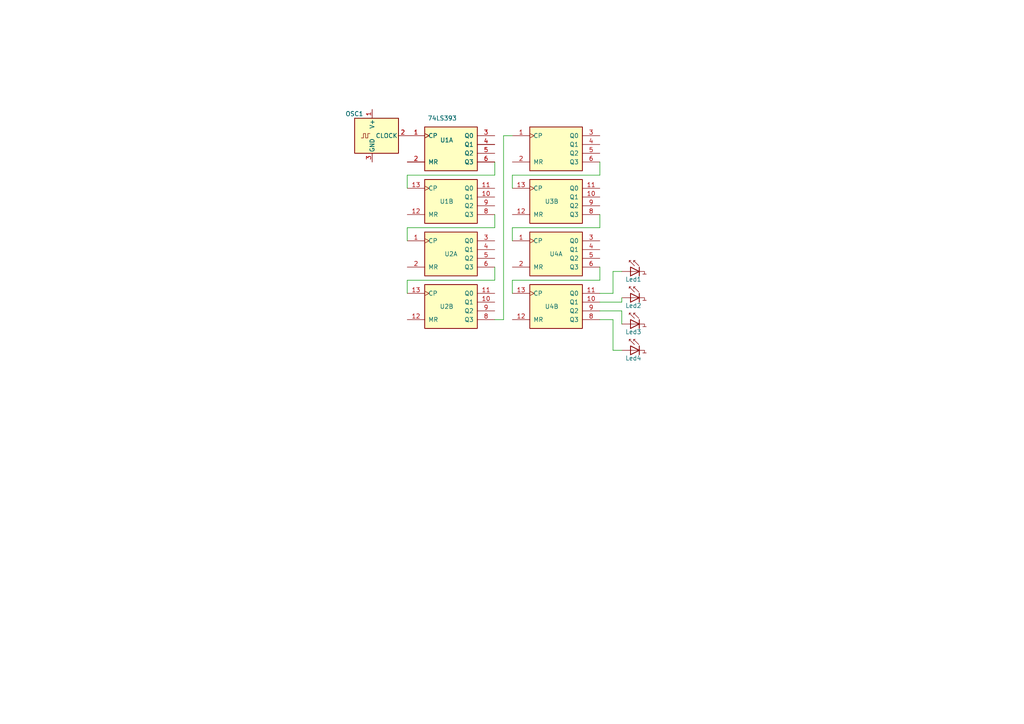
<source format=kicad_sch>
(kicad_sch (version 20230121) (generator eeschema)
  (paper "A4")
  (lib_symbols
    (symbol "74xx:74LS393" (pin_names (offset 1.016))
      (property "Reference" "U" (at -7.62 8.89 0))
      (property "Value" "74LS393" (at -7.62 -8.89 0))
      (symbol "74LS393_1_0"
        (pin input clock (at -12.7 2.54 0) (length 5.08) (name "CP") (number "1"))
        (pin input line (at -12.7 -5.08 0) (length 5.08) (name "MR") (number "2"))
        (pin output line (at 12.7 2.54 180) (length 5.08) (name "Q0") (number "3"))
        (pin output line (at 12.7 0 180) (length 5.08) (name "Q1") (number "4"))
        (pin output line (at 12.7 -2.54 180) (length 5.08) (name "Q2") (number "5"))
        (pin output line (at 12.7 -5.08 180) (length 5.08) (name "Q3") (number "6"))
      )
      (symbol "74LS393_1_1"
        (rectangle (start -7.62 5.08) (end 7.62 -7.62) (stroke (width 0.254)) (fill (type background)))
      )
      (symbol "74LS393_2_0"
        (pin output line (at 12.7 0 180) (length 5.08) (name "Q1") (number "10"))
        (pin output line (at 12.7 2.54 180) (length 5.08) (name "Q0") (number "11"))
        (pin input line (at -12.7 -5.08 0) (length 5.08) (name "MR") (number "12"))
        (pin input clock (at -12.7 2.54 0) (length 5.08) (name "CP") (number "13"))
        (pin output line (at 12.7 -5.08 180) (length 5.08) (name "Q3") (number "8"))
        (pin output line (at 12.7 -2.54 180) (length 5.08) (name "Q2") (number "9"))
      )
      (symbol "74LS393_2_1"
        (rectangle (start -7.62 5.08) (end 7.62 -7.62) (stroke (width 0.254)) (fill (type background)))
      )
      (symbol "74LS393_3_0"
        (pin power_in line (at 0 12.7 270) (length 5.08) (name "VCC") (number "14"))
        (pin power_in line (at 0 -12.7 90) (length 5.08) (name "GND") (number "7"))
      )
      (symbol "74LS393_3_1"
        (rectangle (start -5.08 7.62) (end 5.08 -7.62) (stroke (width 0.254)) (fill (type background)))
      )
    )
    (symbol "Oscillator:MAX7375AXR805" (pin_names (offset 0.254))
      (property "Reference" "U" (at -2.54 6.35 0))
      (property "Value" "MAX7375AXR805" (at 1.27 -6.35 0))
      (symbol "MAX7375AXR805_0_1"
        (rectangle (start -5.08 5.08) (end 7.62 -5.08) (stroke (width 0.254)) (fill (type background)))
        (polyline (pts (xy -3.175 -0.635) (xy -2.54 -0.635) (xy -2.54 0.635) (xy -1.905 0.635) (xy -1.905 -0.635) (xy -1.27 -0.635) (xy -1.27 0.635) (xy -0.635 0.635)))
      )
      (symbol "MAX7375AXR805_1_1"
        (pin power_in line (at 0 7.62 270) (length 2.54) (name "V+") (number "1"))
        (pin output line (at 10.16 0 180) (length 2.54) (name "CLOCK") (number "2"))
        (pin power_in line (at 0 -7.62 90) (length 2.54) (name "GND") (number "3"))
      )
    )
    (symbol "chip:LED" (pin_numbers hide) (pin_names (offset 1.016) hide)
      (property "Reference" "Led" (at 1.016 -2.286 0))
      (symbol "LED_0_1"
        (polyline (pts (xy 2.159 3.175) (xy 2.667 3.175)))
        (polyline (pts (xy 2.54 0) (xy 5.08 0)))
        (polyline (pts (xy 5.08 1.27) (xy 5.08 -1.27)) (stroke (width 0.254)))
        (polyline (pts (xy 3.683 1.651) (xy 2.159 3.175) (xy 2.159 2.667)))
        (polyline (pts (xy 6.096 -0.762) (xy 7.112 -0.762) (xy 6.858 -0.762)))
        (polyline (pts (xy 2.54 -1.27) (xy 5.08 0) (xy 2.54 1.27) (xy 2.54 -1.27)) (stroke (width 0.254)))
        (polyline (pts (xy 5.08 0) (xy 5.842 0) (xy 6.604 0) (xy 6.604 -0.762)))
        (polyline (pts (xy 4.953 1.651) (xy 3.429 3.175) (xy 3.429 2.667) (xy 3.429 3.175) (xy 3.937 3.175)))
      )
      (symbol "LED_1_1"
        (pin input line (at 0 0 0) (length 2.54) (name "IN") (number "1"))
      )
    )
  )
  (bus_alias "d" (members "D[0-7]"))
  (wire (pts (xy 118.11 50.8) (xy 143.51 50.8)))
  (wire (pts (xy 173.99 81.28) (xy 148.59 81.28)))
  (wire (pts (xy 177.8 92.71) (xy 173.99 92.71)))
  (wire (pts (xy 118.11 81.28) (xy 143.51 81.28)))
  (wire (pts (xy 148.59 81.28) (xy 148.59 85.09)))
  (wire (pts (xy 173.99 50.8) (xy 148.59 50.8)))
  (wire (pts (xy 173.99 62.23) (xy 173.99 66.04)))
  (wire (pts (xy 173.99 46.99) (xy 173.99 50.8)))
  (wire (pts (xy 118.11 66.04) (xy 143.51 66.04)))
  (wire (pts (xy 180.34 78.74) (xy 177.8 78.74)))
  (wire (pts (xy 143.51 46.99) (xy 143.51 50.8)))
  (wire (pts (xy 143.51 77.47) (xy 143.51 81.28)))
  (wire (pts (xy 177.8 78.74) (xy 177.8 85.09)))
  (wire (pts (xy 146.05 39.37) (xy 146.05 92.71)))
  (wire (pts (xy 143.51 62.23) (xy 143.51 66.04)))
  (wire (pts (xy 180.34 87.63) (xy 180.34 86.36)))
  (wire (pts (xy 146.05 39.37) (xy 148.59 39.37)))
  (wire (pts (xy 173.99 77.47) (xy 173.99 81.28)))
  (wire (pts (xy 143.51 92.71) (xy 146.05 92.71)))
  (wire (pts (xy 118.11 85.09) (xy 118.11 81.28)))
  (wire (pts (xy 177.8 101.6) (xy 177.8 92.71)))
  (wire (pts (xy 148.59 50.8) (xy 148.59 54.61)))
  (wire (pts (xy 148.59 66.04) (xy 148.59 69.85)))
  (wire (pts (xy 118.11 54.61) (xy 118.11 50.8)))
  (wire (pts (xy 180.34 87.63) (xy 173.99 87.63)))
  (wire (pts (xy 180.34 90.17) (xy 173.99 90.17)))
  (wire (pts (xy 177.8 85.09) (xy 173.99 85.09)))
  (wire (pts (xy 180.34 101.6) (xy 177.8 101.6)))
  (wire (pts (xy 118.11 69.85) (xy 118.11 66.04)))
  (wire (pts (xy 180.34 93.98) (xy 180.34 90.17)))
  (wire (pts (xy 173.99 66.04) (xy 148.59 66.04)))
  (symbol (lib_id "74xx:74LS393") (at 161.29 41.91 0) (unit 1)
    (property "Reference" "U3" (effects hide))
    (property "Value" "74LS393" (effects hide))
    (property "Footprint" "Package_DIP:DIP-14_W7.62mm" (effects hide))
    (property "Datasheet" "74xx\\74LS393.pdf" (effects hide))
  )
  (symbol (lib_id "chip:LED") (at 180.34 78.74 0) (unit 1)
    (property "Reference" "Led1" (at 181.356 81.026 0) (effects (justify left)))
    (property "Footprint" "LED_THT:LED_D5.0mm_Horizontal_O1.27mm_Z3.0mm_IRGrey" (effects hide))
  )
  (symbol (lib_id "74xx:74LS393") (at 130.81 57.15 0) (unit 2)
    (property "Reference" "U1" (at 129.54 58.42 0))
    (property "Value" "74LS393" (effects hide))
    (property "Footprint" "Package_DIP:DIP-14_W7.62mm" (effects hide))
    (property "Datasheet" "74xx\\74LS393.pdf" (effects hide))
  )
  (symbol (lib_id "chip:LED") (at 180.34 86.36 0) (unit 1)
    (property "Reference" "Led2" (at 181.356 88.646 0) (effects (justify left)))
    (property "Footprint" "LED_THT:LED_D5.0mm_Horizontal_O1.27mm_Z3.0mm_IRGrey" (effects hide))
  )
  (symbol (lib_id "chip:LED") (at 180.34 101.6 0) (unit 1)
    (property "Reference" "Led4" (at 181.356 103.886 0) (effects (justify left)))
    (property "Footprint" "LED_THT:LED_D5.0mm_Horizontal_O1.27mm_Z3.0mm_IRGrey" (effects hide))
  )
  (symbol (lib_id "Oscillator:MAX7375AXR805") (at 107.95 39.37 0) (unit 1)
    (property "Reference" "OSC1" (at 105.41 33.02 0) (effects (justify right)))
    (property "Value" "MAX7375AXR805" (effects hide))
    (property "Footprint" "Package_TO_SOT_SMD:SOT-323_SC-70" (effects hide))
    (property "Datasheet" "https://datasheets.maximintegrated.com/en/ds/MAX7375.pdf" (effects hide))
  )
  (symbol (lib_id "74xx:74LS393") (at 130.81 72.39 0) (unit 1)
    (property "Reference" "U2" (at 130.81 73.66 0))
    (property "Value" "74LS393" (effects hide))
    (property "Footprint" "Package_DIP:DIP-14_W7.62mm" (effects hide))
    (property "Datasheet" "74xx\\74LS393.pdf" (effects hide))
  )
  (symbol (lib_id "74xx:74LS393") (at 161.29 57.15 0) (unit 2)
    (property "Reference" "U3" (at 160.02 58.42 0))
    (property "Value" "74LS393" (effects hide))
    (property "Footprint" "Package_DIP:DIP-14_W7.62mm" (effects hide))
    (property "Datasheet" "74xx\\74LS393.pdf" (effects hide))
  )
  (symbol (lib_id "74xx:74LS393") (at 161.29 72.39 0) (unit 1)
    (property "Reference" "U4" (at 161.29 73.66 0))
    (property "Value" "74LS393" (effects hide))
    (property "Footprint" "Package_DIP:DIP-14_W7.62mm" (effects hide))
    (property "Datasheet" "74xx\\74LS393.pdf" (effects hide))
  )
  (symbol (lib_id "chip:LED") (at 180.34 93.98 0) (unit 1)
    (property "Reference" "Led3" (at 181.356 96.266 0) (effects (justify left)))
    (property "Footprint" "LED_THT:LED_D5.0mm_Horizontal_O1.27mm_Z3.0mm_IRGrey" (effects hide))
  )
  (symbol (lib_id "74xx:74LS393") (at 130.81 41.91 0) (unit 1)
    (property "Reference" "U1" (at 129.54 40.64 0))
    (property "Value" "74LS393" (at 128.27 34.29 0))
    (property "Footprint" "Package_DIP:DIP-14_W7.62mm" (effects hide))
    (property "Datasheet" "74xx\\74LS393.pdf" (effects hide))
  )
  (symbol (lib_id "74xx:74LS393") (at 130.81 87.63 0) (unit 2)
    (property "Reference" "U2" (at 129.54 88.9 0))
    (property "Value" "74LS393" (effects hide))
    (property "Footprint" "Package_DIP:DIP-14_W7.62mm" (effects hide))
    (property "Datasheet" "74xx\\74LS393.pdf" (effects hide))
  )
  (symbol (lib_id "74xx:74LS393") (at 161.29 87.63 0) (unit 2)
    (property "Reference" "U4" (at 160.02 88.9 0))
    (property "Value" "74LS393" (effects hide))
    (property "Footprint" "Package_DIP:DIP-14_W7.62mm" (effects hide))
    (property "Datasheet" "74xx\\74LS393.pdf" (effects hide))
  )
)
</source>
